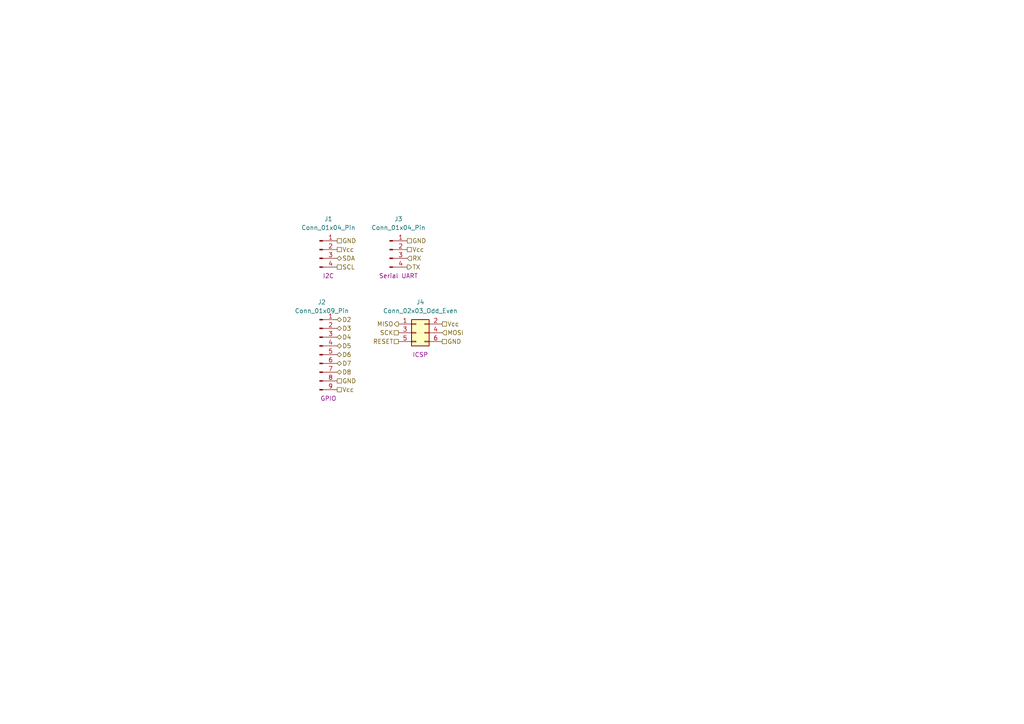
<source format=kicad_sch>
(kicad_sch (version 20231120) (generator "eeschema") (generator_version "8.0")
  (paper "A4")
  (lib_symbols
    (symbol "Connector:Conn_01x04_Pin" (pin_names (offset 1.016) hide)
      (property "Reference" "J" (at 0 5.08 0))
      (property "Value" "Conn_01x04_Pin" (at 0 -7.62 0))
      (symbol "Conn_01x04_Pin_1_1"
        (polyline (pts (xy 1.27 -5.08) (xy 0.8636 -5.08)) (stroke (width 0.1524)))
        (polyline (pts (xy 1.27 -2.54) (xy 0.8636 -2.54)) (stroke (width 0.1524)))
        (polyline (pts (xy 1.27 0) (xy 0.8636 0)) (stroke (width 0.1524)))
        (polyline (pts (xy 1.27 2.54) (xy 0.8636 2.54)) (stroke (width 0.1524)))
        (rectangle (start 0.8636 -4.953) (end 0 -5.207) (stroke (width 0.1524)) (fill (type outline)))
        (rectangle (start 0.8636 -2.413) (end 0 -2.667) (stroke (width 0.1524)) (fill (type outline)))
        (rectangle (start 0.8636 0.127) (end 0 -0.127) (stroke (width 0.1524)) (fill (type outline)))
        (rectangle (start 0.8636 2.667) (end 0 2.413) (stroke (width 0.1524)) (fill (type outline)))
        (pin passive line (at 5.08 2.54 180) (length 3.81) (name "Pin_1") (number "1"))
        (pin passive line (at 5.08 0 180) (length 3.81) (name "Pin_2") (number "2"))
        (pin passive line (at 5.08 -2.54 180) (length 3.81) (name "Pin_3") (number "3"))
        (pin passive line (at 5.08 -5.08 180) (length 3.81) (name "Pin_4") (number "4"))
      )
    )
    (symbol "Connector:Conn_01x09_Pin" (pin_names (offset 1.016) hide)
      (property "Reference" "J" (at 0 12.7 0))
      (property "Value" "Conn_01x09_Pin" (at 0 -12.7 0))
      (symbol "Conn_01x09_Pin_1_1"
        (polyline (pts (xy 1.27 -10.16) (xy 0.8636 -10.16)) (stroke (width 0.1524)))
        (polyline (pts (xy 1.27 -7.62) (xy 0.8636 -7.62)) (stroke (width 0.1524)))
        (polyline (pts (xy 1.27 -5.08) (xy 0.8636 -5.08)) (stroke (width 0.1524)))
        (polyline (pts (xy 1.27 -2.54) (xy 0.8636 -2.54)) (stroke (width 0.1524)))
        (polyline (pts (xy 1.27 0) (xy 0.8636 0)) (stroke (width 0.1524)))
        (polyline (pts (xy 1.27 2.54) (xy 0.8636 2.54)) (stroke (width 0.1524)))
        (polyline (pts (xy 1.27 5.08) (xy 0.8636 5.08)) (stroke (width 0.1524)))
        (polyline (pts (xy 1.27 7.62) (xy 0.8636 7.62)) (stroke (width 0.1524)))
        (polyline (pts (xy 1.27 10.16) (xy 0.8636 10.16)) (stroke (width 0.1524)))
        (rectangle (start 0.8636 -10.033) (end 0 -10.287) (stroke (width 0.1524)) (fill (type outline)))
        (rectangle (start 0.8636 -7.493) (end 0 -7.747) (stroke (width 0.1524)) (fill (type outline)))
        (rectangle (start 0.8636 -4.953) (end 0 -5.207) (stroke (width 0.1524)) (fill (type outline)))
        (rectangle (start 0.8636 -2.413) (end 0 -2.667) (stroke (width 0.1524)) (fill (type outline)))
        (rectangle (start 0.8636 0.127) (end 0 -0.127) (stroke (width 0.1524)) (fill (type outline)))
        (rectangle (start 0.8636 2.667) (end 0 2.413) (stroke (width 0.1524)) (fill (type outline)))
        (rectangle (start 0.8636 5.207) (end 0 4.953) (stroke (width 0.1524)) (fill (type outline)))
        (rectangle (start 0.8636 7.747) (end 0 7.493) (stroke (width 0.1524)) (fill (type outline)))
        (rectangle (start 0.8636 10.287) (end 0 10.033) (stroke (width 0.1524)) (fill (type outline)))
        (pin passive line (at 5.08 10.16 180) (length 3.81) (name "Pin_1") (number "1"))
        (pin passive line (at 5.08 7.62 180) (length 3.81) (name "Pin_2") (number "2"))
        (pin passive line (at 5.08 5.08 180) (length 3.81) (name "Pin_3") (number "3"))
        (pin passive line (at 5.08 2.54 180) (length 3.81) (name "Pin_4") (number "4"))
        (pin passive line (at 5.08 0 180) (length 3.81) (name "Pin_5") (number "5"))
        (pin passive line (at 5.08 -2.54 180) (length 3.81) (name "Pin_6") (number "6"))
        (pin passive line (at 5.08 -5.08 180) (length 3.81) (name "Pin_7") (number "7"))
        (pin passive line (at 5.08 -7.62 180) (length 3.81) (name "Pin_8") (number "8"))
        (pin passive line (at 5.08 -10.16 180) (length 3.81) (name "Pin_9") (number "9"))
      )
    )
    (symbol "Connector_Generic:Conn_02x03_Odd_Even" (pin_names (offset 1.016) hide)
      (property "Reference" "J" (at 1.27 5.08 0))
      (property "Value" "Conn_02x03_Odd_Even" (at 1.27 -5.08 0))
      (symbol "Conn_02x03_Odd_Even_1_1"
        (rectangle (start -1.27 -2.413) (end 0 -2.667) (stroke (width 0.1524)))
        (rectangle (start -1.27 0.127) (end 0 -0.127) (stroke (width 0.1524)))
        (rectangle (start -1.27 2.667) (end 0 2.413) (stroke (width 0.1524)))
        (rectangle (start -1.27 3.81) (end 3.81 -3.81) (stroke (width 0.254)) (fill (type background)))
        (rectangle (start 3.81 -2.413) (end 2.54 -2.667) (stroke (width 0.1524)))
        (rectangle (start 3.81 0.127) (end 2.54 -0.127) (stroke (width 0.1524)))
        (rectangle (start 3.81 2.667) (end 2.54 2.413) (stroke (width 0.1524)))
        (pin passive line (at -5.08 2.54 0) (length 3.81) (name "Pin_1") (number "1"))
        (pin passive line (at 7.62 2.54 180) (length 3.81) (name "Pin_2") (number "2"))
        (pin passive line (at -5.08 0 0) (length 3.81) (name "Pin_3") (number "3"))
        (pin passive line (at 7.62 0 180) (length 3.81) (name "Pin_4") (number "4"))
        (pin passive line (at -5.08 -2.54 0) (length 3.81) (name "Pin_5") (number "5"))
        (pin passive line (at 7.62 -2.54 180) (length 3.81) (name "Pin_6") (number "6"))
      )
    )
  )
  (hierarchical_label "SCL" (shape passive) (at 97.79 77.47 0))
  (hierarchical_label "D2" (shape bidirectional) (at 97.79 92.71 0))
  (hierarchical_label "TX" (shape output) (at 118.11 77.47 0))
  (hierarchical_label "RX" (shape input) (at 118.11 74.93 0))
  (hierarchical_label "Vcc" (shape passive) (at 118.11 72.39 0))
  (hierarchical_label "MISO" (shape output) (at 115.57 93.98 180))
  (hierarchical_label "GND" (shape passive) (at 97.79 110.49 0))
  (hierarchical_label "D7" (shape bidirectional) (at 97.79 105.41 0))
  (hierarchical_label "RESET" (shape passive) (at 115.57 99.06 180))
  (hierarchical_label "Vcc" (shape passive) (at 128.27 93.98 0))
  (hierarchical_label "D8" (shape bidirectional) (at 97.79 107.95 0))
  (hierarchical_label "D3" (shape bidirectional) (at 97.79 95.25 0))
  (hierarchical_label "GND" (shape passive) (at 118.11 69.85 0))
  (hierarchical_label "Vcc" (shape passive) (at 97.79 72.39 0))
  (hierarchical_label "D5" (shape bidirectional) (at 97.79 100.33 0))
  (hierarchical_label "D6" (shape bidirectional) (at 97.79 102.87 0))
  (hierarchical_label "Vcc" (shape passive) (at 97.79 113.03 0))
  (hierarchical_label "SDA" (shape bidirectional) (at 97.79 74.93 0))
  (hierarchical_label "MOSI" (shape input) (at 128.27 96.52 0))
  (hierarchical_label "GND" (shape passive) (at 128.27 99.06 0))
  (hierarchical_label "GND" (shape passive) (at 97.79 69.85 0))
  (hierarchical_label "D4" (shape bidirectional) (at 97.79 97.79 0))
  (hierarchical_label "SCK" (shape passive) (at 115.57 96.52 180))
  (symbol (lib_id "Connector_Generic:Conn_02x03_Odd_Even") (at 120.65 96.52 0) (unit 1)
    (property "Reference" "J4" (at 121.92 87.63 0))
    (property "Value" "Conn_02x03_Odd_Even" (at 121.92 90.17 0))
    (property "Footprint" "Connector_PinHeader_2.54mm:PinHeader_2x03_P2.54mm_Vertical" (effects (hide yes)))
    (property "Description" "Generic connector, double row, 02x03, odd/even pin numbering scheme (row 1 odd numbers, row 2 even numbers), script generated (kicad-library-utils/schlib/autogen/connector/)" (effects (hide yes)))
    (property "Purpose" "ICSP" (at 121.92 102.87 0))
  )
  (symbol (lib_id "Connector:Conn_01x09_Pin") (at 92.71 102.87 0) (unit 1)
    (property "Reference" "J2" (at 93.345 87.63 0))
    (property "Value" "Conn_01x09_Pin" (at 93.345 90.17 0))
    (property "Footprint" "Connector_PinHeader_2.54mm:PinHeader_1x09_P2.54mm_Vertical" (effects (hide yes)))
    (property "Description" "Generic connector, single row, 01x09, script generated" (effects (hide yes)))
    (property "Purpose" "GPIO" (at 95.25 115.57 0))
  )
  (symbol (lib_id "Connector:Conn_01x04_Pin") (at 113.03 72.39 0) (unit 1)
    (property "Reference" "J3" (at 115.57 63.5 0))
    (property "Value" "Conn_01x04_Pin" (at 115.57 66.04 0))
    (property "Footprint" "Connector_PinHeader_2.54mm:PinHeader_1x04_P2.54mm_Vertical" (effects (hide yes)))
    (property "Description" "Generic connector, single row, 01x04, script generated" (effects (hide yes)))
    (property "Purpose" "Serial UART" (at 115.57 80.01 0))
  )
  (symbol (lib_id "Connector:Conn_01x04_Pin") (at 92.71 72.39 0) (unit 1)
    (property "Reference" "J1" (at 95.25 63.5 0))
    (property "Value" "Conn_01x04_Pin" (at 95.25 66.04 0))
    (property "Footprint" "Connector_PinHeader_2.54mm:PinHeader_1x04_P2.54mm_Vertical" (effects (hide yes)))
    (property "Description" "Generic connector, single row, 01x04, script generated" (effects (hide yes)))
    (property "Purpose" "I2C" (at 95.25 80.01 0))
  )
)
</source>
